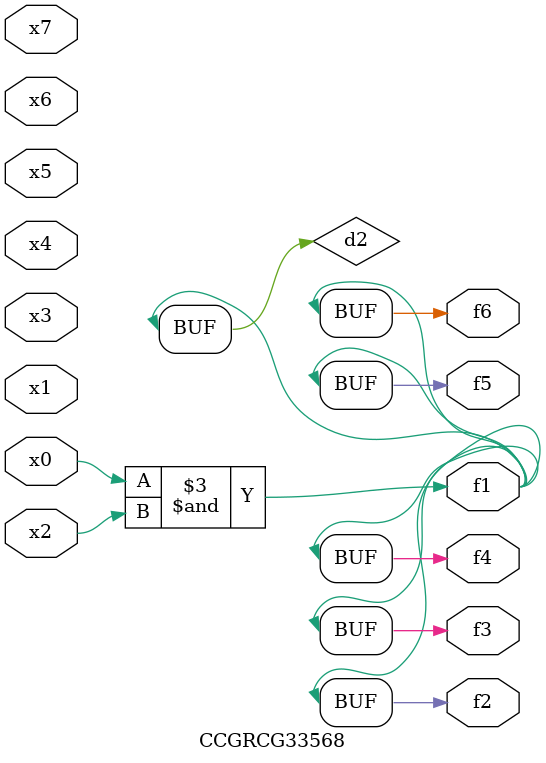
<source format=v>
module CCGRCG33568(
	input x0, x1, x2, x3, x4, x5, x6, x7,
	output f1, f2, f3, f4, f5, f6
);

	wire d1, d2;

	nor (d1, x3, x6);
	and (d2, x0, x2);
	assign f1 = d2;
	assign f2 = d2;
	assign f3 = d2;
	assign f4 = d2;
	assign f5 = d2;
	assign f6 = d2;
endmodule

</source>
